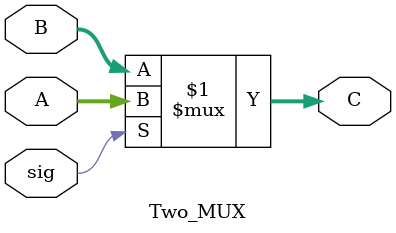
<source format=v>
`timescale 1ns / 1ps

/**
µ±sigÎª1Ê±£¬Ñ¡ÔñA£¬·ñÔòÑ¡ÔñB
**/
module Two_MUX(sig,A,B,C);
    input sig;
    input wire[3:0] A;
    input wire[3:0] B;
    output wire [3:0] C;
    assign C = (sig)?A:B;
endmodule

</source>
